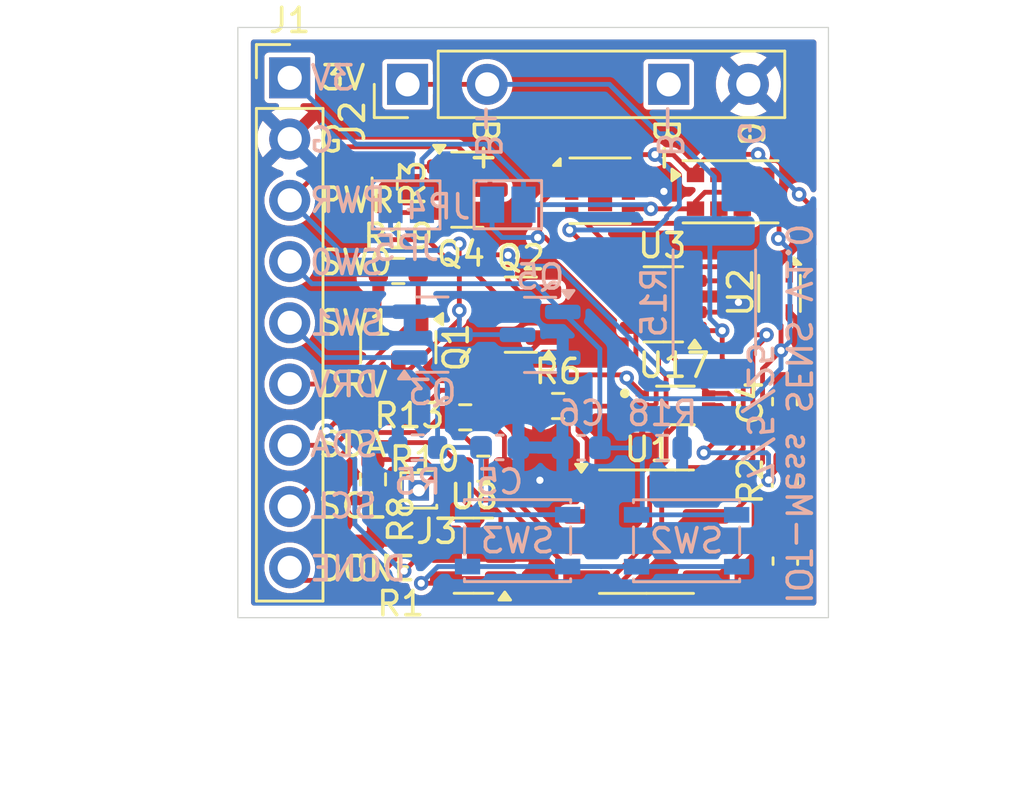
<source format=kicad_pcb>
(kicad_pcb (version 20241229) (generator "pcbnew") (generator_version "9.0")
  (layers (0 "F.Cu" signal) (2 "B.Cu" signal) (13 "F.Paste" user) (15 "B.Paste" user) (5 "F.SilkS" user "F.Silkscreen") (7 "B.SilkS" user "B.Silkscreen") (1 "F.Mask" user) (3 "B.Mask" user) (25 "Edge.Cuts" user))
  (net 0 "")
  (net 1 "Net-(U17-DVI)")
  (net 2 "GND")
  (net 3 "+3.3V")
  (net 4 "EN")
  (net 5 "ADDR")
  (net 6 "SCL_0")
  (net 7 "SDA_0")
  (net 8 "Net-(U12-LDR)")
  (net 12 "Va")
  (net 13 "Net-(Q2-G)")
  (net 14 "DONE")
  (net 15 "LSW1")
  (net 16 "LSW0")
  (net 17 "Net-(J3-Pin_1)")
  (net 18 "Net-(Q1-D)")
  (net 20 "Vb")
  (net 21 "PWR")
  (footprint "Package_TO_SOT_SMD:SOT-23-8" (layer "F.Cu") (at 96.386518 82.084014 180)
    (property "Reference" "U3")
    (property "Value" "INA219AxDCN")
  )
  (footprint "Resistor_SMD:R_0603_1608Metric" (layer "F.Cu") (at 84.35 89.344501 90)
    (property "Reference" "R8")
    (property "Value" "R")
  )
  (footprint "Package_SO:SOIC-8_3.9x4.9mm_P1.27mm" (layer "F.Cu") (at 95.687501 91.512499)
    (property "Reference" "U1")
    (property "Value" "INA219AxD")
  )
  (footprint "Resistor_SMD:R_0603_1608Metric" (layer "F.Cu") (at 84.35 92.7095 -90)
    (property "Reference" "R1")
    (property "Value" "R")
  )
  (footprint "Resistor_SMD:R_0603_1608Metric" (layer "F.Cu") (at 101.424016 89.419016 90)
    (property "Reference" "R2")
    (property "Value" "5K")
  )
  (footprint "Package_TO_SOT_SMD:SOT-23" (layer "F.Cu") (at 85.4 83.862499 -90)
    (property "Reference" "Q1")
    (property "Value" "AO3400A")
  )
  (footprint "Resistor_SMD:R_0603_1608Metric" (layer "F.Cu") (at 85.4 80.7)
    (property "Reference" "R19")
    (property "Value" "R")
  )
  (footprint "Sensor_Humidity:Sensirion_DFN-4_1.5x1.5mm_P0.8mm_SHT4x_NoCentralPad" (layer "F.Cu") (at 101.204018 81.629014 -90)
    (property "Reference" "U2")
    (property "Value" "SHT4x")
  )
  (footprint "IOT-Mess-Footprints:TP_Charger" (layer "F.Cu") (at 85.785 72.96 90)
    (property "Reference" "J2")
    (property "Value" "TP_4056")
  )
  (footprint "Sensor:Avago_APDS-9960" (layer "F.Cu") (at 99.174019 77.417049)
    (property "Reference" "U12" (hide yes))
    (property "Value" "APDS-9960")
  )
  (footprint "Sensor_Humidity:Sensirion_DFN-8-1EP_2.5x2.5mm_P0.5mm_EP1.1x1.7mm" (layer "F.Cu") (at 93.764016 77.374017)
    (property "Reference" "U13" (hide yes))
    (property "Value" "SHT31-DIS")
  )
  (footprint "Resistor_SMD:R_0603_1608Metric" (layer "F.Cu") (at 88.925 88.9)
    (property "Reference" "R13")
    (property "Value" "10K")
  )
  (footprint "Connector_PinHeader_2.54mm:PinHeader_1x09_P2.54mm_Vertical" (layer "F.Cu") (at 80.9 72.69)
    (property "Reference" "J1")
    (property "Value" "Conn_01x09_Pin")
  )
  (footprint "Package_TO_SOT_SMD:SOT-23" (layer "F.Cu") (at 90.48 82.512501 180)
    (property "Reference" "Q2")
    (property "Value" "AO3401A")
  )
  (footprint "Connector_PinHeader_1.00mm:PinHeader_1x01_P1.00mm_Vertical" (layer "F.Cu") (at 86.25 89.8)
    (property "Reference" "J3")
    (property "Value" "R_DELAY")
  )
  (footprint "Resistor_SMD:R_0603_1608Metric" (layer "F.Cu") (at 84.836675 77.077649 90)
    (property "Reference" "R3")
    (property "Value" "R")
  )
  (footprint "Capacitor_SMD:C_0603_1608Metric" (layer "F.Cu") (at 101.444018 92.734014 -90)
    (property "Reference" "C7" (hide yes))
    (property "Value" "1u")
  )
  (footprint "Package_TO_SOT_SMD:SOT-23" (layer "F.Cu") (at 88.262499 77.327233)
    (property "Reference" "Q4")
    (property "Value" "AO3401A")
  )
  (footprint "Capacitor_SMD:C_0603_1608Metric" (layer "F.Cu") (at 101.424018 86.119016 90)
    (property "Reference" "C4")
    (property "Value" "0.1u")
  )
  (footprint "Resistor_SMD:R_0603_1608Metric" (layer "F.Cu") (at 88.175 86.77 180)
    (property "Reference" "R10")
    (property "Value" "10K")
  )
  (footprint "Resistor_SMD:R_0603_1608Metric" (layer "F.Cu") (at 92.025 86.3)
    (property "Reference" "R6")
    (property "Value" "10K")
  )
  (footprint "Package_TO_SOT_SMD:SOT-23-6" (layer "F.Cu") (at 88.515001 92.5075 180)
    (property "Reference" "U8")
    (property "Value" "TPL5110")
  )
  (footprint "BH1750FVI-TR:XDCR_BH1750FVI-TR" (layer "F.Cu") (at 96.887499 86.2775)
    (property "Reference" "U17")
    (property "Value" "BH1750FVI-TR")
  )
  (footprint "Jumper:SolderJumper-2_P1.3mm_Open_Pad1.0x1.5mm" (layer "B.Cu") (at 89.939999 77.95)
    (property "Reference" "JP4")
    (property "Value" "Jp_2")
  )
  (footprint "Capacitor_SMD:C_0603_1608Metric" (layer "B.Cu") (at 89.604999 88.019999)
    (property "Reference" "C5")
    (property "Value" "C")
  )
  (footprint "Resistor_SMD:R_0603_1608Metric" (layer "B.Cu") (at 86.205001 88.019999)
    (property "Reference" "R5")
    (property "Value" "R")
  )
  (footprint "Jumper:SolderJumper-2_P1.3mm_Open_Pad1.0x1.5mm" (layer "B.Cu") (at 85.73 77.96)
    (property "Reference" "JP5")
    (property "Value" "Jp_2")
  )
  (footprint "Package_TO_SOT_SMD:SOT-23" (layer "B.Cu") (at 91.28 83.35 180)
    (property "Reference" "Q5")
    (property "Value" "AO3400A")
  )
  (footprint "Button_Switch_SMD:SW_SPST_PTS810" (layer "B.Cu") (at 90.344998 91.884999)
    (property "Reference" "SW3")
    (property "Value" "SW_Push")
  )
  (footprint "Resistor_SMD:R_0603_1608Metric" (layer "B.Cu") (at 96.34 88.04 180)
    (property "Reference" "R18")
    (property "Value" "R")
  )
  (footprint "Resistor_SMD:R_2512_6332Metric" (layer "B.Cu") (at 98.5 82 90)
    (property "Reference" "R15")
    (property "Value" "0.1R")
  )
  (footprint "Capacitor_SMD:C_0603_1608Metric" (layer "B.Cu") (at 92.98 88.03 180)
    (property "Reference" "C6")
    (property "Value" "C")
  )
  (footprint "Package_TO_SOT_SMD:SOT-23" (layer "B.Cu") (at 86.812499 83.34)
    (property "Reference" "Q3")
    (property "Value" "AO3400A")
  )
  (footprint "Button_Switch_SMD:SW_SPST_PTS810" (layer "B.Cu") (at 97.35 91.889999)
    (property "Reference" "SW2")
    (property "Value" "SW_Push")
  )
  (gr_rect (start 78.75 70.6) (end 103.23 95.08) (stroke (width 0.05)) (fill no) (layer "Edge.Cuts"))
  (gr_text "DONE" (at 82 93.047892 0) (layer "F.SilkS") (effects (font (size 1 1)) (justify left)))
  (gr_text "SDA" (at 81.99 87.897892 0) (layer "F.SilkS") (effects (font (size 1 1)) (justify left)))
  (gr_text "SCL" (at 81.989999 90.447892 0) (layer "F.SilkS") (effects (font (size 1 1)) (justify left)))
  (gr_text "SW1" (at 82 82.857892 0) (layer "F.SilkS") (effects (font (size 1 1)) (justify left)))
  (gr_text "DRV" (at 82 85.407892 0) (layer "F.SilkS") (effects (font (size 1 1)) (justify left)))
  (gr_text "SW0" (at 82 80.347892 0) (layer "F.SilkS") (effects (font (size 1 1)) (justify left)))
  (gr_text "3V" (at 82.123446 72.686857 0) (layer "F.SilkS") (effects (font (size 1 1)) (justify left)))
  (gr_text "G\n" (at 100 75 -90) (layer "F.SilkS") (effects (font (size 1 1))))
  (gr_text "PWR" (at 81.999999 77.767892 0) (layer "F.SilkS") (effects (font (size 1 1)) (justify left)))
  (gr_text "B+" (at 89.009203 75.5 -90) (layer "F.SilkS") (effects (font (size 1 1))))
  (gr_text "B-" (at 96.5 75.5 -90) (layer "F.SilkS") (effects (font (size 1 1))))
  (gr_text "G" (at 82 75.267891 0) (layer "F.SilkS") (effects (font (size 1 1)) (justify left)))
  (gr_text "3V" (at 81.67 72.69 0) (layer "B.SilkS") (effects (font (size 1 1)) (justify right mirror)))
  (gr_text "B-" (at 96.64 74.86 270) (layer "B.SilkS") (effects (font (size 1 1)) (justify mirror)))
  (gr_text "DONE" (at 81.64 93.05 0) (layer "B.SilkS") (effects (font (size 1 1)) (justify right mirror)))
  (gr_text "DRV" (at 81.64 85.41 0) (layer "B.SilkS") (effects (font (size 1 1)) (justify right mirror)))
  (gr_text "PWR" (at 81.64 77.77 0) (layer "B.SilkS") (effects (font (size 1 1)) (justify right mirror)))
  (gr_text "G" (at 81.64 75.27 0) (layer "B.SilkS") (effects (font (size 1 1)) (justify right mirror)))
  (gr_text "IOT-Mess SENS V1.0\n7/5/25" (at 101.170023 86.624242 270) (layer "B.SilkS") (effects (font (size 1 1)) (justify mirror)))
  (gr_text "G\n" (at 100 75 270) (layer "B.SilkS") (effects (font (size 1 1)) (justify mirror)))
  (gr_text "SW0" (at 81.64 80.35 0) (layer "B.SilkS") (effects (font (size 1 1)) (justify right mirror)))
  (gr_text "SDA" (at 81.65 87.9 0) (layer "B.SilkS") (effects (font (size 1 1)) (justify right mirror)))
  (gr_text "SCL" (at 81.65 90.45 0) (layer "B.SilkS") (effects (font (size 1 1)) (justify right mirror)))
  (gr_text "SW1" (at 81.64 82.86 0) (layer "B.SilkS") (effects (font (size 1 1)) (justify right mirror)))
  (gr_text "B+" (at 89.11 74.88 270) (layer "B.SilkS") (effects (font (size 1 1)) (justify mirror)))
  (segment (start 101.424018 86.894016) (end 101.424018 88.594014) (width 0.2) (layer "F.Cu") (net 1))
  (segment (start 101.424018 88.594014) (end 101.424016 88.594016) (width 0.2) (layer "F.Cu") (net 1))
  (segment (start 98.065 88.240716) (end 98.838499 87.467217) (width 0.2) (layer "F.Cu") (net 1))
  (segment (start 100.747499 89.367499) (end 100.747499 89.270533) (width 0.2) (layer "F.Cu") (net 1))
  (segment (start 98.838499 87.467217) (end 98.838499 86.3515) (width 0.2) (layer "F.Cu") (net 1))
  (segment (start 98.838499 86.3515) (end 98.764499 86.2775) (width 0.2) (layer "F.Cu") (net 1))
  (segment (start 100.747499 89.270533) (end 101.424016 88.594016) (width 0.2) (layer "F.Cu") (net 1))
  (segment (start 98.764499 86.2775) (end 98.262499 86.2775) (width 0.2) (layer "F.Cu") (net 1))
  (via (at 100.747499 89.367499) (size 0.6) (drill 0.3) (layers "F.Cu" "B.Cu") (net 1))
  (via (at 98.065 88.240716) (size 0.6) (drill 0.3) (layers "F.Cu" "B.Cu") (net 1))
  (segment (start 100.659485 88.240716) (end 100.747499 88.32873) (width 0.2) (layer "B.Cu") (net 1))
  (segment (start 98.065 88.240716) (end 100.659485 88.240716) (width 0.2) (layer "B.Cu") (net 1))
  (segment (start 100.747499 88.32873) (end 100.747499 89.367499) (width 0.2) (layer "B.Cu") (net 1))
  (segment (start 101.604018 82.37185) (end 101.864949 82.632781) (width 0.2) (layer "F.Cu") (net 2))
  (segment (start 101.604018 82.329014) (end 101.604018 82.37185) (width 0.2) (layer "F.Cu") (net 2))
  (segment (start 93.764016 77.374017) (end 94.014016 77.124017) (width 0.2) (layer "F.Cu") (net 2))
  (segment (start 101.864949 82.632781) (end 101.864949 84.903085) (width 0.2) (layer "F.Cu") (net 2))
  (segment (start 101.864949 84.903085) (end 101.424018 85.344016) (width 0.2) (layer "F.Cu") (net 2))
  (segment (start 94.014016 77.124017) (end 94.939016 77.124017) (width 0.2) (layer "F.Cu") (net 2))
  (segment (start 94.939016 77.124017) (end 94.939016 76.624016) (width 0.2) (layer "F.Cu") (net 2))
  (via (at 99.5 82) (size 0.6) (drill 0.3) (layers "F.Cu" "B.Cu") (net 2))
  (via (at 96.41 77.4) (size 0.6) (drill 0.3) (layers "F.Cu" "B.Cu") (net 2))
  (via (at 91.27 89.38) (size 0.6) (drill 0.3) (layers "F.Cu" "B.Cu") (net 2))
  (segment (start 95.87 78.124018) (end 97.71205 78.124018) (width 0.2) (layer "F.Cu") (net 3))
  (segment (start 100.147499 91.842501) (end 100.264012 91.959014) (width 0.2) (layer "F.Cu") (net 3))
  (segment (start 101.424016 90.244016) (end 101.424016 91.939011) (width 0.2) (layer "F.Cu") (net 3))
  (segment (start 100.147499 91.842501) (end 100.147499 89) (width 0.2) (layer "F.Cu") (net 3))
  (segment (start 101.18197 78.67) (end 100.629019 78.117049) (width 0.2) (layer "F.Cu") (net 3))
  (segment (start 90.99 85.01) (end 89.23 86.77) (width 0.2) (layer "F.Cu") (net 3))
  (segment (start 89.23 86.77) (end 89 86.77) (width 0.2) (layer "F.Cu") (net 3))
  (segment (start 101.1525 79.36) (end 101.18197 79.33053) (width 0.2) (layer "F.Cu") (net 3))
  (segment (start 100.237987 77.434017) (end 98.110049 77.434016) (width 0.2) (layer "F.Cu") (net 3))
  (segment (start 100.804018 82.37185) (end 100.804018 82.329014) (width 0.2) (layer "F.Cu") (net 3))
  (segment (start 100.264012 91.959014) (end 101.444018 91.959014) (width 0.2) (layer "F.Cu") (net 3))
  (segment (start 98.110049 77.434016) (end 97.719017 77.82505) (width 0.2) (layer "F.Cu") (net 3))
  (segment (start 101.18197 79.33053) (end 101.18197 78.67) (width 0.2) (layer "F.Cu") (net 3))
  (segment (start 100.695854 82.480014) (end 100.804018 82.37185) (width 0.2) (layer "F.Cu") (net 3))
  (segment (start 94.744998 85.01) (end 90.99 85.01) (width 0.2) (layer "F.Cu") (net 3))
  (segment (start 100.147499 89) (end 100.5 88.647499) (width 0.2) (layer "F.Cu") (net 3))
  (segment (start 101.424016 91.939011) (end 101.444017 91.959013) (width 0.2) (layer "F.Cu") (net 3))
  (segment (start 100.412182 82.480014) (end 100.695854 82.480014) (width 0.2) (layer "F.Cu") (net 3))
  (segment (start 94.939016 78.124018) (end 95.87 78.124018) (width 0.2) (layer "F.Cu") (net 3))
  (segment (start 89.8 88.6) (end 89.7 88.7) (width 0.2) (layer "F.Cu") (net 3))
  (segment (start 97.71205 78.124018) (end 97.719019 78.117049) (width 0.2) (layer "F.Cu") (net 3))
  (segment (start 89.8 87.57) (end 89.8 88.6) (width 0.2) (layer "F.Cu") (net 3))
  (segment (start 89 86.77) (end 89.8 87.57) (width 0.2) (layer "F.Cu") (net 3))
  (segment (start 101.263949 84) (end 101.263949 82.959931) (width 0.2) (layer "F.Cu") (net 3))
  (segment (start 97.719017 77.82505) (end 97.719018 78.117048) (width 0.2) (layer "F.Cu") (net 3))
  (segment (start 100.629018 78.11705) (end 100.62902 77.82505) (width 0.2) (layer "F.Cu") (net 3))
  (segment (start 99.499014 81.109014) (end 100.115 81.725) (width 0.2) (layer "F.Cu") (net 3))
  (segment (start 101.263949 82.959931) (end 100.804018 82.5) (width 0.2) (layer "F.Cu") (net 3))
  (segment (start 100.5 88.647499) (end 100.5 84.76395) (width 0.2) (layer "F.Cu") (net 3))
  (segment (start 97.524018 81.109014) (end 99.499014 81.109014) (width 0.2) (layer "F.Cu") (net 3))
  (segment (start 100.147499 91.842501) (end 98.572501 93.417499) (width 0.2) (layer "F.Cu") (net 3))
  (segment (start 100.115 82.182832) (end 100.412182 82.480014) (width 0.2) (layer "F.Cu") (net 3))
  (segment (start 100.804018 82.5) (end 100.804018 82.329014) (width 0.2) (layer "F.Cu") (net 3))
  (segment (start 100.5 84.76395) (end 101.263949 84) (width 0.2) (layer "F.Cu") (net 3))
  (segment (start 94.867499 85.132501) (end 94.744998 85.01) (width 0.2) (layer "F.Cu") (net 3))
  (segment (start 98.572501 93.417499) (end 98.162501 93.417499) (width 0.2) (layer "F.Cu") (net 3))
  (segment (start 100.62902 77.82505) (end 100.237987 77.434017) (width 0.2) (layer "F.Cu") (net 3))
  (segment (start 94.867499 85.132501) (end 95.512499 85.7775) (width 0.2) (layer "F.Cu") (net 3))
  (segment (start 100.115 81.725) (end 100.115 82.182832) (width 0.2) (layer "F.Cu") (net 3))
  (via (at 101.263949 84) (size 0.6) (drill 0.3) (layers "F.Cu" "B.Cu") (net 3))
  (via (at 94.867499 85.132501) (size 0.6) (drill 0.3) (layers "F.Cu" "B.Cu") (net 3))
  (via (at 101.1525 79.36) (size 0.6) (drill 0.3) (layers "F.Cu" "B.Cu") (net 3))
  (via (at 95.87 78.124018) (size 0.6) (drill 0.3) (layers "F.Cu" "B.Cu") (net 3))
  (segment (start 94.867499 85.337499) (end 95.53 86) (width 0.2) (layer "B.Cu") (net 3))
  (segment (start 100.124 85.876) (end 100.16016 85.876) (width 0.2) (layer "B.Cu") (net 3))
  (segment (start 101.631974 79.839474) (end 101.631974 83.631974) (width 0.2) (layer "B.Cu") (net 3))
  (segment (start 90.589998 77.95) (end 90.589998 77) (width 0.2) (layer "B.Cu") (net 3))
  (segment (start 87.01 75.44) (end 83.65 75.44) (width 0.2) (layer "B.Cu") (net 3))
  (segment (start 100.476 85.56016) (end 100.476 85.524) (width 0.2) (layer "B.Cu") (net 3))
  (segment (start 95.695982 77.95) (end 95.87 78.124018) (width 0.2) (layer "B.Cu") (net 3))
  (segment (start 83.65 75.44) (end 80.9 72.69) (width 0.2) (layer "B.Cu") (net 3))
  (segment (start 86.38 76.07) (end 87.01 75.44) (width 0.2) (layer "B.Cu") (net 3))
  (segment (start 101.263949 84) (end 101.631974 83.631974) (width 0.2) (layer "B.Cu") (net 3))
  (segment (start 101.263949 84.736051) (end 101.263949 84) (width 0.2) (layer "B.Cu") (net 3))
  (segment (start 95.53 86) (end 100 86) (width 0.2) (layer "B.Cu") (net 3))
  (segment (start 100.16016 85.876) (end 100.476 85.56016) (width 0.2) (layer "B.Cu") (net 3))
  (segment (start 90.589998 77) (end 89.029998 75.44) (width 0.2) (layer "B.Cu") (net 3))
  (segment (start 94.867499 85.132501) (end 94.867499 85.337499) (width 0.2) (layer "B.Cu") (net 3))
  (segment (start 86.38 77.96) (end 86.38 76.07) (width 0.2) (layer "B.Cu") (net 3))
  (segment (start 100.476 85.524) (end 101.263949 84.736051) (width 0.2) (layer "B.Cu") (net 3))
  (segment (start 101.1525 79.36) (end 101.631974 79.839474) (width 0.2) (layer "B.Cu") (net 3))
  (segment (start 100 86) (end 100.124 85.876) (width 0.2) (layer "B.Cu") (net 3))
  (segment (start 90.589998 77.95) (end 95.695982 77.95) (width 0.2) (layer "B.Cu") (net 3))
  (segment (start 89.029998 75.44) (end 87.01 75.44) (width 0.2) (layer "B.Cu") (net 3))
  (segment (start 86.225 80.7) (end 86.225 82.799999) (width 0.2) (layer "F.Cu") (net 4))
  (segment (start 85.829468 82.924999) (end 83.364467 85.39) (width 0.2) (layer "F.Cu") (net 4))
  (segment (start 86.35 82.924999) (end 85.829468 82.924999) (width 0.2) (layer "F.Cu") (net 4))
  (segment (start 83.364467 85.39) (end 80.9 85.39) (width 0.2) (layer "F.Cu") (net 4))
  (segment (start 86.225 82.799999) (end 86.35 82.924999) (width 0.2) (layer "F.Cu") (net 4))
  (segment (start 95.249018 82.409013) (end 95.249018 83.059014) (width 0.2) (layer "F.Cu") (net 5))
  (segment (start 95.482499 86.3075) (end 95.512499 86.2775) (width 0.2) (layer "F.Cu") (net 5))
  (segment (start 91.26 77.951033) (end 92.087016 77.124017) (width 0.2) (layer "F.Cu") (net 5))
  (segment (start 95.249018 84.512019) (end 96.088499 85.3515) (width 0.2) (layer "F.Cu") (net 5))
  (segment (start 92.087016 77.124017) (end 92.589016 77.124017) (width 0.2) (layer "F.Cu") (net 5))
  (segment (start 93.227499 89.592501) (end 93.212501 89.607499) (width 0.2) (layer "F.Cu") (net 5))
  (segment (start 93.212501 89.607499) (end 93.212502 90.877499) (width 0.2) (layer "F.Cu") (net 5))
  (segment (start 91.487505 79.31) (end 94.586519 82.409014) (width 0.2) (layer "F.Cu") (net 5))
  (segment (start 96.088499 85.3515) (end 96.088499 86.2035) (width 0.2) (layer "F.Cu") (net 5))
  (segment (start 94.586519 82.409014) (end 95.249018 82.409014) (width 0.2) (layer "F.Cu") (net 5))
  (segment (start 96.014499 86.2775) (end 95.512499 86.2775) (width 0.2) (layer "F.Cu") (net 5))
  (segment (start 91.26 79.23) (end 91.26 77.951033) (width 0.2) (layer "F.Cu") (net 5))
  (segment (start 92.85 86.3) (end 92.85 87.322501) (width 0.2) (layer "F.Cu") (net 5))
  (segment (start 92.85 87.322501) (end 93.227499 87.7) (width 0.2) (layer "F.Cu") (net 5))
  (segment (start 95.249018 83.059014) (end 95.249018 84.512019) (width 0.2) (layer "F.Cu") (net 5))
  (segment (start 93.227499 86.3075) (end 95.482499 86.3075) (width 0.2) (layer "F.Cu") (net 5))
  (segment (start 91.18 79.31) (end 91.487505 79.31) (width 0.2) (layer "F.Cu") (net 5))
  (segment (start 91.18 79.31) (end 91.26 79.23) (width 0.2) (layer "F.Cu") (net 5))
  (segment (start 93.227499 87.7) (end 93.227499 89.592501) (width 0.2) (layer "F.Cu") (net 5))
  (segment (start 96.088499 86.2035) (end 96.014499 86.2775) (width 0.2) (layer "F.Cu") (net 5))
  (via (at 91.18 79.31) (size 0.6) (drill 0.3) (layers "F.Cu" "B.Cu") (net 5))
  (segment (start 89.29 78.9) (end 89.29 77.95) (width 0.2) (layer "B.Cu") (net 5))
  (segment (start 91.18 79.31) (end 89.7 79.31) (width 0.2) (layer "B.Cu") (net 5))
  (segment (start 89.7 79.31) (end 89.29 78.9) (width 0.2) (layer "B.Cu") (net 5))
  (segment (start 96.32 89.833032) (end 96.32 91.359868) (width 0.2) (layer "F.Cu") (net 6))
  (segment (start 95.249018 81.109014) (end 95.249018 80.78402) (width 0.2) (layer "F.Cu") (net 6))
  (segment (start 95.249018 81.109014) (end 95.989054 81.109014) (width 0.2) (layer "F.Cu") (net 6))
  (segment (start 96.57402 80.524048) (end 100.804018 80.524048) (width 0.2) (layer "F.Cu") (net 6))
  (segment (start 88.1 88.9) (end 88.1 89.375) (width 0.2) (layer "F.Cu") (net 6))
  (segment (start 94.262369 93.417499) (end 93.212502 93.417499) (width 0.2) (layer "F.Cu") (net 6))
  (segment (start 99.0745 85.7775) (end 99.297 86) (width 0.2) (layer "F.Cu") (net 6))
  (segment (start 95.989054 81.109014) (end 96.57402 80.524048) (width 0.2) (layer "F.Cu") (net 6))
  (segment (start 96.589018 83.321722) (end 96.589016 83.321724) (width 0.2) (layer "F.Cu") (net 6))
  (segment (start 97.301582 88.85145) (end 96.32 89.833032) (width 0.2) (layer "F.Cu") (net 6))
  (segment (start 89.648034 90.2) (end 92.865533 93.417499) (width 0.2) (layer "F.Cu") (net 6))
  (segment (start 98.35145 88.85145) (end 97.301582 88.85145) (width 0.2) (layer "F.Cu") (net 6))
  (segment (start 95 78.725018) (end 98.37305 78.725018) (width 0.2) (layer "F.Cu") (net 6))
  (segment (start 83.551499 87.818501) (end 87.018501 87.818501) (width 0.2) (layer "F.Cu") (net 6))
  (segment (start 98.689019 78.409049) (end 98.689019 78.117049) (width 0.2) (layer "F.Cu") (net 6))
  (segment (start 99.297 87.9059) (end 98.35145 88.85145) (width 0.2) (layer "F.Cu") (net 6))
  (segment (start 96.589016 84.089016) (end 98.262499 85.762499) (width 0.2) (layer "F.Cu") (net 6))
  (segment (start 93.190016 78.725018) (end 95 78.725018) (width 0.2) (layer "F.Cu") (net 6))
  (segment (start 96.32 91.359868) (end 94.262369 93.417499) (width 0.2) (layer "F.Cu") (net 6))
  (segment (start 99.297 86) (end 99.297 87.9059) (width 0.2) (layer "F.Cu") (net 6))
  (segment (start 96.589018 81.786513) (end 96.589018 83.321722) (width 0.2) (layer "F.Cu") (net 6))
  (segment (start 100.804018 80.524048) (end 100.804018 80.929014) (width 0.2) (layer "F.Cu") (net 6))
  (segment (start 95.249018 81.109013) (end 95.911519 81.109014) (width 0.2) (layer "F.Cu") (net 6))
  (segment (start 95.249018 80.78402) (end 93.190016 78.725018) (width 0.2) (layer "F.Cu") (net 6))
  (segment (start 92.589016 78.124018) (end 93.190016 78.725018) (width 0.2) (layer "F.Cu") (net 6))
  (segment (start 95.911519 81.109014) (end 96.589018 81.786513) (width 0.2) (layer "F.Cu") (net 6))
  (segment (start 92.865533 93.417499) (end 93.212501 93.417499) (width 0.2) (layer "F.Cu") (net 6))
  (segment (start 80.9 90.47) (end 83.551499 87.818501) (width 0.2) (layer "F.Cu") (net 6))
  (segment (start 92.557049 78.155985) (end 92.589015 78.124018) (width 0.2) (layer "F.Cu") (net 6))
  (segment (start 88.1 89.375) (end 88.925 90.2) (width 0.2) (layer "F.Cu") (net 6))
  (segment (start 98.37305 78.725018) (end 98.689019 78.409049) (width 0.2) (layer "F.Cu") (net 6))
  (segment (start 87.018501 87.818501) (end 88.1 88.9) (width 0.2) (layer "F.Cu") (net 6))
  (segment (start 96.589016 83.321724) (end 96.589016 84.089016) (width 0.2) (layer "F.Cu") (net 6))
  (segment (start 98.262499 85.7775) (end 99.0745 85.7775) (width 0.2) (layer "F.Cu") (net 6))
  (segment (start 88.925 90.2) (end 89.648034 90.2) (width 0.2) (layer "F.Cu") (net 6))
  (segment (start 97.751517 76.717049) (end 97.719017 76.717049) (width 0.2) (layer "F.Cu") (net 7))
  (segment (start 83.3 87.4) (end 86.478999 87.4) (width 0.2) (layer "F.Cu") (net 7))
  (segment (start 87.35 86.77) (end 89.049 88.469) (width 0.2) (layer "F.Cu") (net 7))
  (segment (start 80.9 87.93) (end 82.77 87.93) (width 0.2) (layer "F.Cu") (net 7))
  (segment (start 93.013017 79.513017) (end 93.013017 80.070721) (width 0.2) (layer "F.Cu") (net 7))
  (segment (start 96.794017 75.874017) (end 96.04 75.874017) (width 0.2) (layer "F.Cu") (net 7))
  (segment (start 97.637049 76.717049) (end 96.794017 75.874017) (width 0.2) (layer "F.Cu") (net 7))
  (segment (start 96.188016 84.738016) (end 96.5 85.05) (width 0.2) (layer "F.Cu") (net 7))
  (segment (start 96.04 75.874017) (end 93.339017 75.874017) (width 0.2) (layer "F.Cu") (net 7))
  (segment (start 97.719016 76.42505) (end 98.280051 75.864016) (width 0.2) (layer "F.Cu") (net 7))
  (segment (start 98.262499 86.7775) (end 97.2225 86.7775) (width 0.2) (layer "F.Cu") (net 7))
  (segment (start 97.2225 86.7775) (end 96.5 87.5) (width 0.2) (layer "F.Cu") (net 7))
  (segment (start 102.014017 77.52) (end 102.629 78.134983) (width 0.2) (layer "F.Cu") (net 7))
  (segment (start 86.478999 87.4) (end 87.108999 86.77) (width 0.2) (layer "F.Cu") (net 7))
  (segment (start 95.82 91.292768) (end 94.965268 92.1475) (width 0.2) (layer "F.Cu") (net 7))
  (segment (start 89.849 89.799) (end 92.197499 92.147499) (width 0.2) (layer "F.Cu") (net 7))
  (segment (start 94.70131 81.759014) (end 95.249018 81.759014) (width 0.2) (layer "F.Cu") (net 7))
  (segment (start 96.5 85.05) (end 96.5 86) (width 0.2) (layer "F.Cu") (net 7))
  (segment (start 93.339017 75.874017) (end 92.589018 76.624015) (width 0.2) (layer "F.Cu") (net 7))
  (segment (start 82.77 87.93) (end 83.3 87.4) (width 0.2) (layer "F.Cu") (net 7))
  (segment (start 97.719017 76.717049) (end 97.719016 76.42505) (width 0.2) (layer "F.Cu") (net 7))
  (segment (start 96.3015 88.8015) (end 95.82 89.283) (width 0.2) (layer "F.Cu") (net 7))
  (segment (start 96.5 87.5) (end 96.5 88.603) (width 0.2) (layer "F.Cu") (net 7))
  (segment (start 89.049 89.388064) (end 89.459936 89.799) (width 0.2) (layer "F.Cu") (net 7))
  (segment (start 96.5 86) (end 96.5 87.5) (width 0.2) (layer "F.Cu") (net 7))
  (segment (start 93.013017 80.070721) (end 94.70131 81.759014) (width 0.2) (layer "F.Cu") (net 7))
  (segment (start 89.459936 89.799) (end 89.849 89.799) (width 0.2) (layer "F.Cu") (net 7))
  (segment (start 102.629 78.134983) (end 102.629 79.591) (width 0.2) (layer "F.Cu") (net 7))
  (segment (start 92.5 79) (end 93.013017 79.513017) (width 0.2) (layer "F.Cu") (net 7))
  (segment (start 95.82 89.283) (end 95.82 91.292768) (width 0.2) (layer "F.Cu") (net 7))
  (segment (start 97.719017 76.717049) (end 97.637049 76.717049) (width 0.2) (layer "F.Cu") (net 7))
  (segment (start 98.280051 75.864016) (end 100.31 75.864016) (width 0.2) (layer "F.Cu") (net 7))
  (segment (start 96.188016 82.035515) (end 96.188016 84.738016) (width 0.2) (layer "F.Cu") (net 7))
  (segment (start 94.965268 92.1475) (end 93.212502 92.1475) (width 0.2) (layer "F.Cu") (net 7))
  (segment (start 95.911517 81.759013) (end 96.188016 82.035515) (width 0.2) (layer "F.Cu") (net 7))
  (segment (start 92.197499 92.147499) (end 93.212501 92.147499) (width 0.2) (layer "F.Cu") (net 7))
  (segment (start 101.604018 80.615982) (end 101.604018 80.929014) (width 0.2) (layer "F.Cu") (net 7))
  (segment (start 96.5 88.603) (end 96.3015 88.8015) (width 0.2) (layer "F.Cu") (net 7))
  (segment (start 89.049 88.469) (end 89.049 89.388064) (width 0.2) (layer "F.Cu") (net 7))
  (segment (start 102.629 79.591) (end 101.604018 80.615982) (width 0.2) (layer "F.Cu") (net 7))
  (via (at 96.04 75.874017) (size 0.6) (drill 0.3) (layers "F.Cu" "B.Cu") (net 7))
  (via (at 92.5 79) (size 0.6) (drill 0.3) (layers "F.Cu" "B.Cu") (net 7))
  (via (at 100.31 75.864016) (size 0.6) (drill 0.3) (layers "F.Cu" "B.Cu") (net 7))
  (via (at 102.014017 77.52) (size 0.6) (drill 0.3) (layers "F.Cu" "B.Cu") (net 7))
  (segment (start 92.5 79) (end 96.02866 79) (width 0.2) (layer "B.Cu") (net 7))
  (segment (start 100.358033 75.864016) (end 102.014017 77.52) (width 0.2) (layer "B.Cu") (net 7))
  (segment (start 96.524 78.43984) (end 96.83984 78.124) (width 0.2) (layer "B.Cu") (net 7))
  (segment (start 97.05 76.884017) (end 96.04 75.874017) (width 0.2) (layer "B.Cu") (net 7))
  (segment (start 96.02866 79) (end 96.524 78.50466) (width 0.2) (layer "B.Cu") (net 7))
  (segment (start 96.83984 78.124) (end 96.90466 78.124) (width 0.2) (layer "B.Cu") (net 7))
  (segment (start 100.31 75.864016) (end 100.358033 75.864016) (width 0.2) (layer "B.Cu") (net 7))
  (segment (start 96.524 78.50466) (end 96.524 78.43984) (width 0.2) (layer "B.Cu") (net 7))
  (segment (start 96.90466 78.124) (end 97.05 77.97866) (width 0.2) (layer "B.Cu") (net 7))
  (segment (start 97.05 77.97866) (end 97.05 76.884017) (width 0.2) (layer "B.Cu") (net 7))
  (segment (start 100.62902 76.71705) (end 99.659018 76.717049) (width 0.2) (layer "F.Cu") (net 8))
  (segment (start 85.785 72.96) (end 89.084999 72.96) (width 0.2) (layer "F.Cu") (net 12))
  (segment (start 97.640439 83.175435) (end 97.524018 83.059014) (width 0.2) (layer "F.Cu") (net 12))
  (segment (start 98.826905 83.175435) (end 98.826905 84.361901) (width 0.2) (layer "F.Cu") (net 12))
  (segment (start 99.698 85.232996) (end 99.698 88.072) (width 0.2) (layer "F.Cu") (net 12))
  (segment (start 98.826905 83.175435) (end 97.640439 83.175435) (width 0.2) (layer "F.Cu") (net 12))
  (segment (start 99.698 88.072) (end 98.162501 89.607499) (width 0.2) (layer "F.Cu") (net 12))
  (segment (start 98.826905 84.361901) (end 99.698 85.232996) (width 0.2) (layer "F.Cu") (net 12))
  (via (at 98.826905 83.175435) (size 0.6) (drill 0.3) (layers "F.Cu" "B.Cu") (net 12))
  (segment (start 98.315004 79.222496) (end 98.6675 78.87) (width 0.2) (layer "B.Cu") (net 12))
  (segment (start 98.826905 83.175435) (end 98.315004 82.663534) (width 0.2) (layer "B.Cu") (net 12))
  (segment (start 89.084999 72.96) (end 94.1525 72.96) (width 0.2) (layer "B.Cu") (net 12))
  (segment (start 96.71 75.01) (end 98.5 76.8) (width 0.2) (layer "B.Cu") (net 12))
  (segment (start 98.315004 82.663534) (end 98.315004 79.222496) (width 0.2) (layer "B.Cu") (net 12))
  (segment (start 96.2025 75.01) (end 96.71 75.01) (width 0.2) (layer "B.Cu") (net 12))
  (segment (start 98.6675 78.87) (end 100.0625 78.87) (width 0.2) (layer "B.Cu") (net 12))
  (segment (start 94.1525 72.96) (end 96.2025 75.01) (width 0.2) (layer "B.Cu") (net 12))
  (segment (start 98.5 76.8) (end 98.5 79.0375) (width 0.2) (layer "B.Cu") (net 12))
  (segment (start 91.4175 83.4825) (end 91.4175 83.462501) (width 0.2) (layer "F.Cu") (net 13))
  (segment (start 87.151322 85.65) (end 89.25 85.65) (width 0.2) (layer "F.Cu") (net 13))
  (segment (start 86.281028 92.5075) (end 87.377501 92.5075) (width 0.2) (layer "F.Cu") (net 13))
  (segment (start 85.801322 87) (end 87.151322 85.65) (width 0.2) (layer "F.Cu") (net 13))
  (segment (start 89.25 85.65) (end 91.4175 83.4825) (width 0.2) (layer "F.Cu") (net 13))
  (segment (start 85.646272 93.142257) (end 86.281028 92.5075) (width 0.2) (layer "F.Cu") (net 13))
  (segment (start 82.755735 87) (end 85.801322 87) (width 0.2) (layer "F.Cu") (net 13))
  (segment (start 82.425735 87.33) (end 82.755735 87) (width 0.2) (layer "F.Cu") (net 13))
  (via (at 82.425735 87.33) (size 0.6) (drill 0.3) (layers "F.Cu" "B.Cu") (net 13))
  (via (at 85.646272 93.142257) (size 0.6) (drill 0.3) (layers "F.Cu" "B.Cu") (net 13))
  (segment (start 82.425735 87.33) (end 83.6 88.504265) (width 0.2) (layer "B.Cu") (net 13))
  (segment (start 85.542257 93.142257) (end 85.646272 93.142257) (width 0.2) (layer "B.Cu") (net 13))
  (segment (start 83.6 88.504265) (end 83.6 91.2) (width 0.2) (layer "B.Cu") (net 13))
  (segment (start 83.6 91.2) (end 85.542257 93.142257) (width 0.2) (layer "B.Cu") (net 13))
  (segment (start 84.405499 93.5345) (end 86.382498 91.557501) (width 0.2) (layer "F.Cu") (net 14))
  (segment (start 87.377501 91.557501) (end 86.465499 91.557501) (width 0.2) (layer "F.Cu") (net 14))
  (segment (start 84.405499 93.5345) (end 81.4245 93.5345) (width 0.2) (layer "F.Cu") (net 14))
  (segment (start 81.4245 93.5345) (end 80.9 93.01) (width 0.2) (layer "F.Cu") (net 14))
  (segment (start 86.382498 91.557501) (end 86.465499 91.557501) (width 0.2) (layer "F.Cu") (net 14))
  (segment (start 88.269998 90.809998) (end 92.42 90.809999) (width 0.2) (layer "B.Cu") (net 15))
  (segment (start 88.829999 88.019999) (end 88.829999 90.249998) (width 0.2) (layer "B.Cu") (net 15))
  (segment (start 80.9 82.85) (end 82.34 84.29) (width 0.2) (layer "B.Cu") (net 15))
  (segment (start 87.03 88.02) (end 88.83 88.02) (width 0.2) (layer "B.Cu") (net 15))
  (segment (start 88.829999 90.249998) (end 88.269998 90.809999) (width 0.2) (layer "B.Cu") (net 15))
  (segment (start 85.874999 84.29) (end 87.030001 85.445002) (width 0.2) (layer "B.Cu") (net 15))
  (segment (start 82.34 84.29) (end 85.874999 84.29) (width 0.2) (layer "B.Cu") (net 15))
  (segment (start 87.030001 85.445002) (end 87.030001 88.019999) (width 0.2) (layer "B.Cu") (net 15))
  (segment (start 93.54 88.04) (end 95.514999 88.040001) (width 0.2) (layer "B.Cu") (net 16))
  (segment (start 81.82 81.23) (end 91.0475 81.23) (width 0.2) (layer "B.Cu") (net 16))
  (segment (start 80.9 80.31) (end 81.82 81.23) (width 0.2) (layer "B.Cu") (net 16))
  (segment (start 91.0475 81.23) (end 92.2175 82.4) (width 0.2) (layer "B.Cu") (net 16))
  (segment (start 95.515 90.574999) (end 95.275 90.814999) (width 0.2) (layer "B.Cu") (net 16))
  (segment (start 92.2175 82.4) (end 93.755 83.9375) (width 0.2) (layer "B.Cu") (net 16))
  (segment (start 99.425 90.814998) (end 95.275 90.814998) (width 0.2) (layer "B.Cu") (net 16))
  (segment (start 93.755 83.9375) (end 93.755 88.03) (width 0.2) (layer "B.Cu") (net 16))
  (segment (start 95.515 88.04) (end 95.515 90.574999) (width 0.2) (layer "B.Cu") (net 16))
  (segment (start 89.652501 90.798603) (end 89.652501 91.557501) (width 0.2) (layer "F.Cu") (net 17))
  (segment (start 87.2 89.3) (end 88.501 90.601) (width 0.2) (layer "F.Cu") (net 17))
  (segment (start 86.1 90) (end 86.8 89.3) (width 0.2) (layer "F.Cu") (net 17))
  (segment (start 86.9 88.95) (end 86.9 89.3) (width 0.2) (layer "F.Cu") (net 17))
  (segment (start 86.469501 88.519501) (end 86.9 88.95) (width 0.2) (layer "F.Cu") (net 17))
  (segment (start 86.9 89.3) (end 87.2 89.3) (width 0.2) (layer "F.Cu") (net 17))
  (segment (start 89.454898 90.601) (end 89.652501 90.798603) (width 0.2) (layer "F.Cu") (net 17))
  (segment (start 86.8 89.3) (end 86.9 89.3) (width 0.2) (layer "F.Cu") (net 17))
  (segment (start 84.405499 88.519501) (end 86.469501 88.519501) (width 0.2) (layer "F.Cu") (net 17))
  (segment (start 88.501 90.601) (end 89.454898 90.601) (width 0.2) (layer "F.Cu") (net 17))
  (segment (start 87.93 80.73) (end 86.6 79.4) (width 0.2) (layer "F.Cu") (net 18))
  (segment (start 87.93 82.724467) (end 85.854467 84.8) (width 0.2) (layer "F.Cu") (net 18))
  (segment (start 86.6 79.4) (end 84.4 79.4) (width 0.2) (layer "F.Cu") (net 18))
  (segment (start 83.8 78.8) (end 83.8 77.487092) (width 0.2) (layer "F.Cu") (net 18))
  (segment (start 87.93 82.34) (end 87.93 82.724467) (width 0.2) (layer "F.Cu") (net 18))
  (segment (start 87.93 82.34) (end 87.93 80.73) (width 0.2) (layer "F.Cu") (net 18))
  (segment (start 85.854467 84.8) (end 85.4 84.8) (width 0.2) (layer "F.Cu") (net 18))
  (segment (start 87.324998 76.377234) (end 84.751258 76.377234) (width 0.2) (layer "F.Cu") (net 18))
  (segment (start 84.836675 76.450417) (end 84.836675 76.252649) (width 0.2) (layer "F.Cu") (net 18))
  (segment (start 83.8 77.487092) (end 84.836675 76.450417) (width 0.2) (layer "F.Cu") (net 18))
  (segment (start 84.4 79.4) (end 83.8 78.8) (width 0.2) (layer "F.Cu") (net 18))
  (via (at 87.93 82.34) (size 0.6) (drill 0.3) (layers "F.Cu" "B.Cu") (net 18))
  (segment (start 87.93 82.34) (end 87.93 83.16) (width 0.2) (layer "B.Cu") (net 18))
  (segment (start 87.93 83.16) (end 87.75 83.34) (width 0.2) (layer "B.Cu") (net 18))
  (segment (start 87.75 83.34) (end 90.3325 83.34) (width 0.2) (layer "B.Cu") (net 18))
  (segment (start 99.746499 88.8339) (end 99.746499 90.268501) (width 0.2) (layer "F.Cu") (net 20))
  (segment (start 89.230001 80.029999) (end 87.500001 78.299999) (width 0.2) (layer "F.Cu") (net 20))
  (segment (start 89.94 81.085001) (end 90.4175 81.562501) (width 0.2) (layer "F.Cu") (net 20))
  (segment (start 89.929999 80.029999) (end 89.95 80.05) (width 0.2) (layer "F.Cu") (net 20))
  (segment (start 99.137501 90.877499) (end 98.1625 90.877501) (width 0.2) (layer "F.Cu") (net 20))
  (segment (start 100.099 88.481399) (end 99.746499 88.8339) (width 0.2) (layer "F.Cu") (net 20))
  (segment (start 86.35 93.65) (end 87.185 93.65) (width 0.2) (layer "F.Cu") (net 20))
  (segment (start 100.663949 83.435051) (end 100.099 84) (width 0.2) (layer "F.Cu") (net 20))
  (segment (start 87.324999 78.277233) (end 85.211259 78.277233) (width 0.2) (layer "F.Cu") (net 20))
  (segment (start 100.663949 83.346708) (end 100.663949 83.435051) (width 0.2) (layer "F.Cu") (net 20))
  (segment (start 90.4175 81.562501) (end 91.4175 81.562501) (width 0.2) (layer "F.Cu") (net 20))
  (segment (start 98.909014 82.409014) (end 97.524018 82.409014) (width 0.2) (layer "F.Cu") (net 20))
  (segment (start 100.663949 83.346708) (end 99.846708 83.346708) (width 0.2) (layer "F.Cu") (net 20))
  (segment (start 99.846708 83.346708) (end 98.909014 82.409014) (width 0.2) (layer "F.Cu") (net 20))
  (segment (start 89.230001 80.029999) (end 89.929999 80.029999) (width 0.2) (layer "F.Cu") (net 20))
  (segment (start 89.94 80.06) (end 89.94 81.085001) (width 0.2) (layer "F.Cu") (net 20))
  (segment (start 100.099 84) (end 100.099 88.481399) (width 0.2) (layer "F.Cu") (net 20))
  (segment (start 87.185 93.65) (end 87.377501 93.457499) (width 0.2) (layer "F.Cu") (net 20))
  (segment (start 87.377501 93.457503) (end 89.652501 93.457504) (width 0.2) (layer "F.Cu") (net 20))
  (segment (start 97.369469 90.877499) (end 98.162501 90.877499) (width 0.2) (layer "F.Cu") (net 20))
  (segment (start 85.211259 78.277233) (end 84.836675 77.902649) (width 0.2) (layer "F.Cu") (net 20))
  (segment (start 90.213501 94.018499) (end 94.228469 94.018499) (width 0.2) (layer "F.Cu") (net 20))
  (segment (start 94.228469 94.018499) (end 97.369469 90.877499) (width 0.2) (layer "F.Cu") (net 20))
  (segment (start 89.652501 93.457499) (end 90.213501 94.018499) (width 0.2) (layer "F.Cu") (net 20))
  (segment (start 99.746499 90.268501) (end 99.137501 90.877499) (width 0.2) (layer "F.Cu") (net 20))
  (via (at 86.35 93.65) (size 0.6) (drill 0.3) (layers "F.Cu" "B.Cu") (net 20))
  (via (at 100.663949 83.346708) (size 0.6) (drill 0.3) (layers "F.Cu" "B.Cu") (net 20))
  (via (at 89.95 80.05) (size 0.6) (drill 0.3) (layers "F.Cu" "B.Cu") (net 20))
  (segment (start 92.419997 92.959999) (end 93.81 92.96) (width 0.2) (layer "B.Cu") (net 20))
  (segment (start 90.4 80.5) (end 89.95 80.05) (width 0.2) (layer "B.Cu") (net 20))
  (segment (start 92 80.5) (end 90.4 80.5) (width 0.2) (layer "B.Cu") (net 20))
  (segment (start 99.5375 84.9625) (end 98.5 84.9625) (width 0.2) (layer "B.Cu") (net 20))
  (segment (start 96.4625 84.9625) (end 92 80.5) (width 0.2) (layer "B.Cu") (net 20))
  (segment (start 87.040001 92.959999) (end 86.35 93.65) (width 0.2) (layer "B.Cu") (net 20))
  (segment (start 93.81 92.96) (end 99.420001 92.959999) (width 0.2) (layer "B.Cu") (net 20))
  (segment (start 100 84.010657) (end 100 84.5) (width 0.2) (layer "B.Cu") (net 20))
  (segment (start 88.269999 92.96) (end 92.42 92.96) (width 0.2) (layer "B.Cu") (net 20))
  (segment (start 88.269998 92.959999) (end 87.040001 92.959999) (width 0.2) (layer "B.Cu") (net 20))
  (segment (start 100 84.5) (end 99.5375 84.9625) (width 0.2) (layer "B.Cu") (net 20))
  (segment (start 98.5 84.9625) (end 96.4625 84.9625) (width 0.2) (layer "B.Cu") (net 20))
  (segment (start 100.663949 83.346708) (end 100 84.010657) (width 0.2) (layer "B.Cu") (net 20))
  (segment (start 87.925736 79.574264) (end 87.925736 80.125736) (width 0.2) (layer "F.Cu") (net 21))
  (segment (start 89.2 76.872766) (end 89.2 77.327233) (width 0.2) (layer "F.Cu") (net 21))
  (segment (start 80.9 77.77) (end 83.118351 75.551649) (width 0.2) (layer "F.Cu") (net 21))
  (segment (start 87.878883 75.551649) (end 89.2 76.872766) (width 0.2) (layer "F.Cu") (net 21))
  (segment (start 83.118351 75.551649) (end 87.878883 75.551649) (width 0.2) (layer "F.Cu") (net 21))
  (segment (start 89.542499 81.742499) (end 89.542499 82.512501) (width 0.2) (layer "F.Cu") (net 21))
  (segment (start 87.925736 80.125736) (end 89.542499 81.742499) (width 0.2) (layer "F.Cu") (net 21))
  (via (at 87.925736 79.574264) (size 0.6) (drill 0.3) (layers "F.Cu" "B.Cu") (net 21))
  (segment (start 87.925736 79.574264) (end 87.325736 79.574264) (width 0.2) (layer "B.Cu") (net 21))
  (segment (start 87.325736 79.574264) (end 87.05 79.85) (width 0.2) (layer "B.Cu") (net 21))
  (segment (start 82.98 79.85) (end 80.9 77.77) (width 0.2) (layer "B.Cu") (net 21))
  (segment (start 87.05 79.85) (end 82.98 79.85) (width 0.2) (layer "B.Cu") (net 21))
  (segment (start 86.02 79.85) (end 85.08 78.91) (width 0.2) (layer "B.Cu") (net 21))
  (segment (start 85.08 78.91) (end 85.08 77.96) (width 0.2) (layer "B.Cu") (net 21))
  (segment (start 87.05 79.85) (end 86.02 79.85) (width 0.2) (layer "B.Cu") (net 21))
  (zone (net 2) (net_name "GND") (layers "F.Cu" "B.Cu") (connect_pads (clearance 0.2)) (min_thickness 0.25) (fill yes (thermal_gap 0.5) (thermal_bridge_width 0.5))
    (polygon (pts (xy 79.14 70.63) (xy 103.217903 70.62198) (xy 103.227172 95.05392) (xy 79.299298 95.061883) (xy 79.29001 70.578569) (xy 79.18 70.61)))
  )
)
</source>
